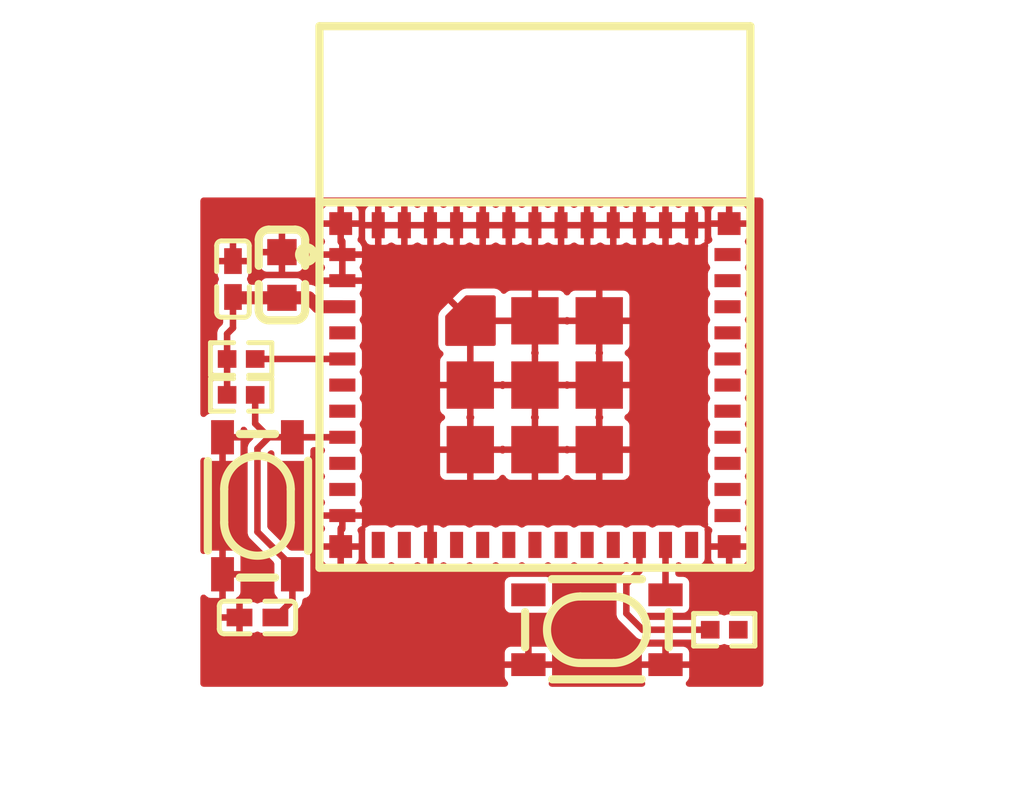
<source format=kicad_pcb>
(kicad_pcb (version 20241229) (generator "pcbnew") (generator_version "9.0")
  (layers (0 "F.Cu" signal) (2 "B.Cu" signal) (13 "F.Paste" user) (15 "B.Paste" user) (5 "F.SilkS" user "F.Silkscreen") (7 "B.SilkS" user "B.Silkscreen") (1 "F.Mask" user) (3 "B.Mask" user) (25 "Edge.Cuts" user))
  (net 0 "")
  (net 1 "hv")
  (net 2 "ic.footprint.pins[27].net-net")
  (net 3 "line-8")
  (net 4 "ic.footprint.pins[16].net-net")
  (net 5 "ic.footprint.pins[17].net-net")
  (net 6 "line-2")
  (net 7 "line-4")
  (net 8 "line-6")
  (net 9 "ic.footprint.pins[52].net-net")
  (net 10 "ic.footprint.pins[33].net-net")
  (net 11 "ic.footprint.pins[20].net-net")
  (net 12 "ic.footprint.pins[50].net-net")
  (net 13 "ic.footprint.pins[8].net-net")
  (net 14 "ic.footprint.pins[21].net-net")
  (net 15 "line-7")
  (net 16 "line")
  (net 17 "ic.footprint.pins[25].net-net")
  (net 18 "line-5")
  (net 19 "line-3")
  (net 20 "gnd")
  (net 21 "ic.footprint.pins[26].net-net")
  (net 22 "line-13")
  (net 23 "line-12")
  (net 24 "line-1")
  (net 25 "output")
  (net 26 "line-10")
  (net 27 "output-1")
  (net 28 "line-9")
  (net 29 "line-11")
  (net 30 "ic.footprint.pins[6].net-net")
  (net 31 "ic.footprint.pins[1].net-net")
  (net 32 "ic.footprint.pins[28].net-net")
  (footprint "atopile:R0402-56259e" (layer "F.Cu") (at -9 -0.8 180)
    (property "Reference" "R1" (hide yes))
    (property "Value" "10kΩ ±1% 62.5mW")
    (fp_line (start 0.94 0.5) (end 0.94 -0.5) (stroke (width 0.15)) (layer "F.SilkS"))
    (fp_line (start 0.94 -0.5) (end 0.23 -0.5) (stroke (width 0.15)) (layer "F.SilkS"))
    (fp_line (start 0.23 0.5) (end 0.94 0.5) (stroke (width 0.15)) (layer "F.SilkS"))
    (fp_line (start -0.23 0.5) (end -0.94 0.5) (stroke (width 0.15)) (layer "F.SilkS"))
    (fp_line (start -0.94 0.5) (end -0.94 -0.5) (stroke (width 0.15)) (layer "F.SilkS"))
    (fp_line (start -0.94 -0.5) (end -0.23 -0.5) (stroke (width 0.15)) (layer "F.SilkS"))
    (pad "1" smd rect (at -0.43 0 180) (size 0.57 0.54) (layers "F.Cu" "F.Mask" "F.Paste") (net 6 "line-2"))
    (pad "2" smd rect (at 0.43 0 180) (size 0.57 0.54) (layers "F.Cu" "F.Mask" "F.Paste") (net 1 "hv"))
  )
  (footprint "atopile:R0402-56259e" (layer "F.Cu") (at -9 0.3)
    (property "Reference" "R3" (hide yes))
    (property "Value" "10kΩ ±1% 62.5mW")
    (fp_line (start -0.94 -0.5) (end -0.23 -0.5) (stroke (width 0.15)) (layer "F.SilkS"))
    (fp_line (start -0.94 0.5) (end -0.94 -0.5) (stroke (width 0.15)) (layer "F.SilkS"))
    (fp_line (start -0.23 0.5) (end -0.94 0.5) (stroke (width 0.15)) (layer "F.SilkS"))
    (fp_line (start 0.23 0.5) (end 0.94 0.5) (stroke (width 0.15)) (layer "F.SilkS"))
    (fp_line (start 0.94 -0.5) (end 0.23 -0.5) (stroke (width 0.15)) (layer "F.SilkS"))
    (fp_line (start 0.94 0.5) (end 0.94 -0.5) (stroke (width 0.15)) (layer "F.SilkS"))
    (pad "1" smd rect (at -0.43 0) (size 0.57 0.54) (layers "F.Cu" "F.Mask" "F.Paste") (net 1 "hv"))
    (pad "2" smd rect (at 0.43 0) (size 0.57 0.54) (layers "F.Cu" "F.Mask" "F.Paste") (net 27 "output-1"))
  )
  (footprint "atopile:C0402-b3ef17" (layer "F.Cu") (at -9.25 -3.25 90)
    (property "Reference" "C2" (hide yes))
    (property "Value" "100nF ±10% 16V X7R")
    (fp_line (start 1.02 -0.5) (end 0.23 -0.5) (stroke (width 0.15)) (layer "F.SilkS"))
    (fp_line (start -1.02 -0.5) (end -0.23 -0.5) (stroke (width 0.15)) (layer "F.SilkS"))
    (fp_line (start 1.17 0.35) (end 1.17 -0.35) (stroke (width 0.15)) (layer "F.SilkS"))
    (fp_line (start -1.17 0.35) (end -1.17 -0.35) (stroke (width 0.15)) (layer "F.SilkS"))
    (fp_line (start 0.23 0.5) (end 1.02 0.5) (stroke (width 0.15)) (layer "F.SilkS"))
    (fp_line (start -0.23 0.5) (end -1.02 0.5) (stroke (width 0.15)) (layer "F.SilkS"))
    (fp_arc (start 1.02 -0.5) (mid 1.126066 -0.456066) (end 1.17 -0.35) (stroke (width 0.15)) (layer "F.SilkS"))
    (fp_arc (start -1.17 -0.35) (mid -1.126066 -0.456066) (end -1.02 -0.5) (stroke (width 0.15)) (layer "F.SilkS"))
    (fp_arc (start 1.17 0.35) (mid 1.126066 0.456066) (end 1.02 0.5) (stroke (width 0.15)) (layer "F.SilkS"))
    (fp_arc (start -1.02 0.5) (mid -1.126066 0.456066) (end -1.17 0.35) (stroke (width 0.15)) (layer "F.SilkS"))
    (pad "1" smd rect (at -0.55 0 90) (size 0.79 0.54) (layers "F.Cu" "F.Mask" "F.Paste") (net 1 "hv"))
    (pad "2" smd rect (at 0.55 0 90) (size 0.79 0.54) (layers "F.Cu" "F.Mask" "F.Paste") (net 20 "gnd"))
  )
  (footprint "atopile:WIFIM-SMD_ESP32-C3-MINI-1-fcb454" (layer "F.Cu") (at 0 0)
    (property "Reference" "U2" (hide yes))
    (property "Value" "")
    (fp_line (start -6.6 -11) (end 6.6 -11) (stroke (width 0.25)) (layer "F.SilkS"))
    (fp_line (start -6.6 5.6) (end -6.6 -11) (stroke (width 0.25)) (layer "F.SilkS"))
    (fp_line (start -6.6 5.6) (end 6.6 5.6) (stroke (width 0.25)) (layer "F.SilkS"))
    (fp_line (start 6.6 -5.6) (end -6.6 -5.6) (stroke (width 0.25)) (layer "F.SilkS"))
    (fp_line (start 6.6 5.6) (end 6.6 -11) (stroke (width 0.25)) (layer "F.SilkS"))
    (fp_circle (center -7 -4) (end -6.9 -4) (stroke (width 0.25)) (fill no) (layer "F.SilkS"))
    (pad "1" smd rect (at -5.9 -4 90) (size 0.4 0.8) (layers "F.Cu" "F.Mask" "F.Paste") (net 20 "gnd"))
    (pad "2" smd rect (at -5.9 -3.2 90) (size 0.4 0.8) (layers "F.Cu" "F.Mask" "F.Paste") (net 20 "gnd"))
    (pad "3" smd rect (at -5.9 -2.4 90) (size 0.4 0.8) (layers "F.Cu" "F.Mask" "F.Paste") (net 1 "hv"))
    (pad "4" smd rect (at -5.9 -1.6 90) (size 0.4 0.8) (layers "F.Cu" "F.Mask" "F.Paste") (net 10 "ic.footprint.pins[33].net-net"))
    (pad "5" smd rect (at -5.9 -0.8 90) (size 0.4 0.8) (layers "F.Cu" "F.Mask" "F.Paste") (net 6 "line-2"))
    (pad "6" smd rect (at -5.9 0 90) (size 0.4 0.8) (layers "F.Cu" "F.Mask" "F.Paste") (net 22 "line-13"))
    (pad "7" smd rect (at -5.9 0.8 90) (size 0.4 0.8) (layers "F.Cu" "F.Mask" "F.Paste") (net 12 "ic.footprint.pins[50].net-net"))
    (pad "8" smd rect (at -5.9 1.6 90) (size 0.4 0.8) (layers "F.Cu" "F.Mask" "F.Paste") (net 27 "output-1"))
    (pad "9" smd rect (at -5.9 2.4 90) (size 0.4 0.8) (layers "F.Cu" "F.Mask" "F.Paste") (net 9 "ic.footprint.pins[52].net-net"))
    (pad "10" smd rect (at -5.9 3.2 90) (size 0.4 0.8) (layers "F.Cu" "F.Mask" "F.Paste") (net 31 "ic.footprint.pins[1].net-net"))
    (pad "11" smd rect (at -5.9 4 90) (size 0.4 0.8) (layers "F.Cu" "F.Mask" "F.Paste") (net 20 "gnd"))
    (pad "12" smd rect (at -4.8 4.9 180) (size 0.4 0.8) (layers "F.Cu" "F.Mask" "F.Paste") (net 8 "line-6"))
    (pad "13" smd rect (at -4 4.9 180) (size 0.4 0.8) (layers "F.Cu" "F.Mask" "F.Paste") (net 3 "line-8"))
    (pad "14" smd rect (at -3.2 4.9 180) (size 0.4 0.8) (layers "F.Cu" "F.Mask" "F.Paste") (net 20 "gnd"))
    (pad "15" smd rect (at -2.4 4.9 180) (size 0.4 0.8) (layers "F.Cu" "F.Mask" "F.Paste") (net 30 "ic.footprint.pins[6].net-net"))
    (pad "16" smd rect (at -1.6 4.9 180) (size 0.4 0.8) (layers "F.Cu" "F.Mask" "F.Paste") (net 19 "line-3"))
    (pad "17" smd rect (at -0.8 4.9 180) (size 0.4 0.8) (layers "F.Cu" "F.Mask" "F.Paste") (net 13 "ic.footprint.pins[8].net-net"))
    (pad "18" smd rect (at 0 4.9 180) (size 0.4 0.8) (layers "F.Cu" "F.Mask" "F.Paste") (net 26 "line-10"))
    (pad "19" smd rect (at 0.8 4.9 180) (size 0.4 0.8) (layers "F.Cu" "F.Mask" "F.Paste") (net 18 "line-5"))
    (pad "20" smd rect (at 1.6 4.9 180) (size 0.4 0.8) (layers "F.Cu" "F.Mask" "F.Paste") (net 23 "line-12"))
    (pad "21" smd rect (at 2.4 4.9 180) (size 0.4 0.8) (layers "F.Cu" "F.Mask" "F.Paste") (net 28 "line-9"))
    (pad "22" smd rect (at 3.2 4.9 180) (size 0.4 0.8) (layers "F.Cu" "F.Mask" "F.Paste") (net 7 "line-4"))
    (pad "23" smd rect (at 4 4.9 180) (size 0.4 0.8) (layers "F.Cu" "F.Mask" "F.Paste") (net 25 "output"))
    (pad "24" smd rect (at 4.8 4.9 180) (size 0.4 0.8) (layers "F.Cu" "F.Mask" "F.Paste") (net 4 "ic.footprint.pins[16].net-net"))
    (pad "25" smd rect (at 5.9 4 270) (size 0.4 0.8) (layers "F.Cu" "F.Mask" "F.Paste") (net 5 "ic.footprint.pins[17].net-net"))
    (pad "26" smd rect (at 5.9 3.2 270) (size 0.4 0.8) (layers "F.Cu" "F.Mask" "F.Paste") (net 29 "line-11"))
    (pad "27" smd rect (at 5.9 2.4 270) (size 0.4 0.8) (layers "F.Cu" "F.Mask" "F.Paste") (net 16 "line"))
    (pad "28" smd rect (at 5.9 1.6 270) (size 0.4 0.8) (layers "F.Cu" "F.Mask" "F.Paste") (net 11 "ic.footprint.pins[20].net-net"))
    (pad "29" smd rect (at 5.9 0.8 270) (size 0.4 0.8) (layers "F.Cu" "F.Mask" "F.Paste") (net 14 "ic.footprint.pins[21].net-net"))
    (pad "30" smd rect (at 5.9 0 270) (size 0.4 0.8) (layers "F.Cu" "F.Mask" "F.Paste") (net 15 "line-7"))
    (pad "31" smd rect (at 5.9 -0.8 270) (size 0.4 0.8) (layers "F.Cu" "F.Mask" "F.Paste") (net 24 "line-1"))
    (pad "32" smd rect (at 5.9 -1.6 270) (size 0.4 0.8) (layers "F.Cu" "F.Mask" "F.Paste") (net 17 "ic.footprint.pins[25].net-net"))
    (pad "33" smd rect (at 5.9 -2.4 270) (size 0.4 0.8) (layers "F.Cu" "F.Mask" "F.Paste") (net 21 "ic.footprint.pins[26].net-net"))
    (pad "34" smd rect (at 5.9 -3.2 270) (size 0.4 0.8) (layers "F.Cu" "F.Mask" "F.Paste") (net 2 "ic.footprint.pins[27].net-net"))
    (pad "35" smd rect (at 5.9 -4 270) (size 0.4 0.8) (layers "F.Cu" "F.Mask" "F.Paste") (net 32 "ic.footprint.pins[28].net-net"))
    (pad "36" smd rect (at 4.8 -4.9) (size 0.4 0.8) (layers "F.Cu" "F.Mask" "F.Paste") (net 20 "gnd"))
    (pad "37" smd rect (at 4 -4.9) (size 0.4 0.8) (layers "F.Cu" "F.Mask" "F.Paste") (net 20 "gnd"))
    (pad "38" smd rect (at 3.2 -4.9) (size 0.4 0.8) (layers "F.Cu" "F.Mask" "F.Paste") (net 20 "gnd"))
    (pad "39" smd rect (at 2.4 -4.9) (size 0.4 0.8) (layers "F.Cu" "F.Mask" "F.Paste") (net 20 "gnd"))
    (pad "40" smd rect (at 1.6 -4.9) (size 0.4 0.8) (layers "F.Cu" "F.Mask" "F.Paste") (net 20 "gnd"))
    (pad "41" smd rect (at 0.8 -4.9) (size 0.4 0.8) (layers "F.Cu" "F.Mask" "F.Paste") (net 20 "gnd"))
    (pad "42" smd rect (at 0 -4.9) (size 0.4 0.8) (layers "F.Cu" "F.Mask" "F.Paste") (net 20 "gnd"))
    (pad "43" smd rect (at -0.8 -4.9) (size 0.4 0.8) (layers "F.Cu" "F.Mask" "F.Paste") (net 20 "gnd"))
    (pad "44" smd rect (at -1.6 -4.9) (size 0.4 0.8) (layers "F.Cu" "F.Mask" "F.Paste") (net 20 "gnd"))
    (pad "45" smd rect (at -2.4 -4.9) (size 0.4 0.8) (layers "F.Cu" "F.Mask" "F.Paste") (net 20 "gnd"))
    (pad "46" smd rect (at -3.2 -4.9) (size 0.4 0.8) (layers "F.Cu" "F.Mask" "F.Paste") (net 20 "gnd"))
    (pad "47" smd rect (at -4 -4.9) (size 0.4 0.8) (layers "F.Cu" "F.Mask" "F.Paste") (net 20 "gnd"))
    (pad "48" smd rect (at -4.8 -4.9) (size 0.4 0.8) (layers "F.Cu" "F.Mask" "F.Paste") (net 20 "gnd"))
    (pad "49" smd custom (at -1.98 -1.98) (size 0.01 0.01) (layers "F.Cu" "F.Mask" "F.Paste") (net 20 "gnd") (options (clearance outline) (anchor circle)) (primitives (gr_poly (pts (xy -0.72 -0.12) (xy -0.12 -0.72) (xy 0.73 -0.72) (xy 0.73 0.73) (xy -0.72 0.73)) (width 0.1) (fill yes))))
    (pad "49" smd rect (at -1.98 0) (size 1.45 1.45) (layers "F.Cu" "F.Mask" "F.Paste") (net 20 "gnd"))
    (pad "49" smd rect (at -1.98 1.98) (size 1.45 1.45) (layers "F.Cu" "F.Mask" "F.Paste") (net 20 "gnd"))
    (pad "49" smd rect (at 0 -1.97) (size 1.45 1.45) (layers "F.Cu" "F.Mask" "F.Paste") (net 20 "gnd"))
    (pad "49" smd rect (at 0 0) (size 1.45 1.45) (layers "F.Cu" "F.Mask" "F.Paste") (net 20 "gnd"))
    (pad "49" smd rect (at 0 1.98) (size 1.45 1.45) (layers "F.Cu" "F.Mask" "F.Paste") (net 20 "gnd"))
    (pad "49" smd rect (at 1.97 -1.97) (size 1.45 1.45) (layers "F.Cu" "F.Mask" "F.Paste") (net 20 "gnd"))
    (pad "49" smd rect (at 1.97 0) (size 1.45 1.45) (layers "F.Cu" "F.Mask" "F.Paste") (net 20 "gnd"))
    (pad "49" smd rect (at 1.97 1.98) (size 1.45 1.45) (layers "F.Cu" "F.Mask" "F.Paste") (net 20 "gnd"))
    (pad "50" smd rect (at 5.95 -4.95) (size 0.7 0.7) (layers "F.Cu" "F.Mask" "F.Paste") (net 20 "gnd"))
    (pad "51" smd rect (at 5.95 4.95) (size 0.7 0.7) (layers "F.Cu" "F.Mask" "F.Paste") (net 20 "gnd"))
    (pad "52" smd rect (at -5.95 4.95) (size 0.7 0.7) (layers "F.Cu" "F.Mask" "F.Paste") (net 20 "gnd"))
    (pad "53" smd rect (at -5.95 -4.95) (size 0.7 0.7) (layers "F.Cu" "F.Mask" "F.Paste") (net 20 "gnd"))
  )
  (footprint "atopile:C0402-b3ef17" (layer "F.Cu") (at -8.5 7.125 180)
    (property "Reference" "C3" (hide yes))
    (property "Value" "1µF ±10% 25V X5R")
    (fp_line (start 1.17 0.35) (end 1.17 -0.35) (stroke (width 0.15)) (layer "F.SilkS"))
    (fp_line (start 1.02 -0.5) (end 0.23 -0.5) (stroke (width 0.15)) (layer "F.SilkS"))
    (fp_line (start 0.23 0.5) (end 1.02 0.5) (stroke (width 0.15)) (layer "F.SilkS"))
    (fp_line (start -0.23 0.5) (end -1.02 0.5) (stroke (width 0.15)) (layer "F.SilkS"))
    (fp_line (start -1.02 -0.5) (end -0.23 -0.5) (stroke (width 0.15)) (layer "F.SilkS"))
    (fp_line (start -1.17 0.35) (end -1.17 -0.35) (stroke (width 0.15)) (layer "F.SilkS"))
    (fp_arc (start 1.17 0.35) (mid 1.126066 0.456066) (end 1.02 0.5) (stroke (width 0.15)) (layer "F.SilkS"))
    (fp_arc (start 1.02 -0.5) (mid 1.126066 -0.456066) (end 1.17 -0.35) (stroke (width 0.15)) (layer "F.SilkS"))
    (fp_arc (start -1.02 0.5) (mid -1.126066 0.456066) (end -1.17 0.35) (stroke (width 0.15)) (layer "F.SilkS"))
    (fp_arc (start -1.17 -0.35) (mid -1.126066 -0.456066) (end -1.02 -0.5) (stroke (width 0.15)) (layer "F.SilkS"))
    (pad "1" smd rect (at -0.55 0 180) (size 0.79 0.54) (layers "F.Cu" "F.Mask" "F.Paste") (net 27 "output-1"))
    (pad "2" smd rect (at 0.55 0 180) (size 0.79 0.54) (layers "F.Cu" "F.Mask" "F.Paste") (net 20 "gnd"))
  )
  (footprint "atopile:R0402-56259e" (layer "F.Cu") (at 5.8 7.5)
    (property "Reference" "R2" (hide yes))
    (property "Value" "10kΩ ±1% 62.5mW")
    (fp_line (start -0.94 -0.5) (end -0.23 -0.5) (stroke (width 0.15)) (layer "F.SilkS"))
    (fp_line (start -0.94 0.5) (end -0.94 -0.5) (stroke (width 0.15)) (layer "F.SilkS"))
    (fp_line (start -0.23 0.5) (end -0.94 0.5) (stroke (width 0.15)) (layer "F.SilkS"))
    (fp_line (start 0.23 0.5) (end 0.94 0.5) (stroke (width 0.15)) (layer "F.SilkS"))
    (fp_line (start 0.94 -0.5) (end 0.23 -0.5) (stroke (width 0.15)) (layer "F.SilkS"))
    (fp_line (start 0.94 0.5) (end 0.94 -0.5) (stroke (width 0.15)) (layer "F.SilkS"))
    (pad "1" smd rect (at -0.43 0) (size 0.57 0.54) (layers "F.Cu" "F.Mask" "F.Paste") (net 7 "line-4"))
    (pad "2" smd rect (at 0.43 0) (size 0.57 0.54) (layers "F.Cu" "F.Mask" "F.Paste") (net 1 "hv"))
  )
  (footprint "lib:KEY-SMD_4P-L4.2-W3.2-P2.20-LS4.6" (layer "F.Cu") (at 1.9 7.5 180)
    (property "Reference" "U1" (hide yes))
    (property "Value" "")
    (fp_line (start 2.2 -0.54) (end 2.2 0.54) (stroke (width 0.25)) (layer "F.SilkS"))
    (fp_line (start 1.37 -1.52) (end -1.37 -1.52) (stroke (width 0.25)) (layer "F.SilkS"))
    (fp_line (start -0.51 1.02) (end 0.51 1.02) (stroke (width 0.25)) (layer "F.SilkS"))
    (fp_line (start -0.51 -1.02) (end 0.51 -1.02) (stroke (width 0.25)) (layer "F.SilkS"))
    (fp_line (start -1.38 1.55) (end 1.38 1.55) (stroke (width 0.25)) (layer "F.SilkS"))
    (fp_line (start -2.2 -0.54) (end -2.2 0.54) (stroke (width 0.25)) (layer "F.SilkS"))
    (fp_arc (start 0.51 -1.02) (mid 1.53 0) (end 0.51 1.02) (stroke (width 0.25)) (layer "F.SilkS"))
    (fp_arc (start -0.51 1.02) (mid -1.53 0) (end -0.51 -1.02) (stroke (width 0.25)) (layer "F.SilkS"))
    (pad "1" smd rect (at -2.1 -1.07 180) (size 1.05 0.7) (layers "F.Cu" "F.Mask" "F.Paste") (net 20 "gnd"))
    (pad "2" smd rect (at 2.1 -1.07 180) (size 1.05 0.7) (layers "F.Cu" "F.Mask" "F.Paste") (net 20 "gnd"))
    (pad "3" smd rect (at -2.1 1.07 180) (size 1.05 0.7) (layers "F.Cu" "F.Mask" "F.Paste") (net 25 "output"))
    (pad "4" smd rect (at 2.1 1.07 180) (size 1.05 0.7) (layers "F.Cu" "F.Mask" "F.Paste") (net 25 "output"))
  )
  (footprint "lib:KEY-SMD_4P-L4.2-W3.2-P2.20-LS4.6" (layer "F.Cu") (at -8.5 3.7 90)
    (property "Reference" "U3" (hide yes))
    (property "Value" "")
    (fp_line (start 1.37 -1.52) (end -1.37 -1.52) (stroke (width 0.25)) (layer "F.SilkS"))
    (fp_line (start -0.51 -1.02) (end 0.51 -1.02) (stroke (width 0.25)) (layer "F.SilkS"))
    (fp_line (start 2.2 -0.54) (end 2.2 0.54) (stroke (width 0.25)) (layer "F.SilkS"))
    (fp_line (start -2.2 -0.54) (end -2.2 0.54) (stroke (width 0.25)) (layer "F.SilkS"))
    (fp_line (start -0.51 1.02) (end 0.51 1.02) (stroke (width 0.25)) (layer "F.SilkS"))
    (fp_line (start -1.38 1.55) (end 1.38 1.55) (stroke (width 0.25)) (layer "F.SilkS"))
    (fp_arc (start 0.51 -1.02) (mid 1.53 0) (end 0.51 1.02) (stroke (width 0.25)) (layer "F.SilkS"))
    (fp_arc (start -0.51 1.02) (mid -1.53 0) (end -0.51 -1.02) (stroke (width 0.25)) (layer "F.SilkS"))
    (pad "1" smd rect (at -2.1 -1.07 90) (size 1.05 0.7) (layers "F.Cu" "F.Mask" "F.Paste") (net 20 "gnd"))
    (pad "2" smd rect (at 2.1 -1.07 90) (size 1.05 0.7) (layers "F.Cu" "F.Mask" "F.Paste") (net 20 "gnd"))
    (pad "3" smd rect (at -2.1 1.07 90) (size 1.05 0.7) (layers "F.Cu" "F.Mask" "F.Paste") (net 27 "output-1"))
    (pad "4" smd rect (at 2.1 1.07 90) (size 1.05 0.7) (layers "F.Cu" "F.Mask" "F.Paste") (net 27 "output-1"))
  )
  (footprint "atopile:C0603-bd72f6" (layer "F.Cu") (at -7.75 -3.375 90)
    (property "Reference" "C1" (hide yes))
    (property "Value" "22µF ±20% 6.3V X5R")
    (fp_line (start 0.28 -0.71) (end 1.08 -0.71) (stroke (width 0.25)) (layer "F.SilkS"))
    (fp_line (start -0.28 -0.71) (end -1.08 -0.71) (stroke (width 0.25)) (layer "F.SilkS"))
    (fp_line (start 1.39 -0.4) (end 1.39 0.4) (stroke (width 0.25)) (layer "F.SilkS"))
    (fp_line (start -1.39 0.4) (end -1.39 -0.4) (stroke (width 0.25)) (layer "F.SilkS"))
    (fp_line (start 0.28 0.71) (end 1.08 0.71) (stroke (width 0.25)) (layer "F.SilkS"))
    (fp_line (start -0.28 0.71) (end -1.08 0.71) (stroke (width 0.25)) (layer "F.SilkS"))
    (fp_arc (start 1.08 -0.71) (mid 1.299203 -0.619203) (end 1.39 -0.4) (stroke (width 0.25)) (layer "F.SilkS"))
    (fp_arc (start -1.39 -0.4) (mid -1.299203 -0.619203) (end -1.08 -0.71) (stroke (width 0.25)) (layer "F.SilkS"))
    (fp_arc (start 1.39 0.4) (mid 1.299203 0.619203) (end 1.08 0.71) (stroke (width 0.25)) (layer "F.SilkS"))
    (fp_arc (start -1.08 0.71) (mid -1.299203 0.619203) (end -1.39 0.4) (stroke (width 0.25)) (layer "F.SilkS"))
    (pad "1" smd rect (at -0.7 0 90) (size 0.8 0.9) (layers "F.Cu" "F.Mask" "F.Paste") (net 1 "hv"))
    (pad "2" smd rect (at 0.7 0 90) (size 0.8 0.9) (layers "F.Cu" "F.Mask" "F.Paste") (net 20 "gnd"))
  )
  (segment (start -9.43 -1.57) (end -9.25 -1.75) (width 0.2) (layer "F.Cu") (net 1))
  (segment (start -6.925 -2.675) (end -7.75 -2.675) (width 0.4) (layer "F.Cu") (net 1))
  (segment (start -9.43 0.3) (end -9.43 -0.8) (width 0.2) (layer "F.Cu") (net 1))
  (segment (start -7.75 -2.675) (end -9.225 -2.675) (width 0.4) (layer "F.Cu") (net 1))
  (segment (start -9.25 -1.75) (end -9.25 -2.7) (width 0.2) (layer "F.Cu") (net 1))
  (segment (start -9.225 -2.675) (end -9.25 -2.7) (width 0.4) (layer "F.Cu") (net 1))
  (segment (start -9.43 -0.8) (end -9.43 -1.57) (width 0.2) (layer "F.Cu") (net 1))
  (segment (start -6.65 -2.4) (end -6.925 -2.675) (width 0.4) (layer "F.Cu") (net 1))
  (segment (start -5.9 -2.4) (end -6.65 -2.4) (width 0.4) (layer "F.Cu") (net 1))
  (segment (start -8.57 -0.8) (end -5.9 -0.8) (width 0.2) (layer "F.Cu") (net 6))
  (segment (start 2.8 7) (end 3.3 7.5) (width 0.2) (layer "F.Cu") (net 7))
  (segment (start 3.2 5.7) (end 2.8 6.1) (width 0.2) (layer "F.Cu") (net 7))
  (segment (start 3.2 4.9) (end 3.2 5.7) (width 0.2) (layer "F.Cu") (net 7))
  (segment (start 3.3 7.5) (end 5.37 7.5) (width 0.2) (layer "F.Cu") (net 7))
  (segment (start 2.8 6.1) (end 2.8 7) (width 0.2) (layer "F.Cu") (net 7))
  (segment (start -1.98 0) (end -1.98 -1.98) (width 0.2) (layer "F.Cu") (net 20))
  (segment (start -1.97 -1.97) (end -1.98 -1.98) (width 0.2) (layer "F.Cu") (net 20))
  (segment (start -1.98 -1.98) (end -2.8 -2.8) (width 0.2) (layer "F.Cu") (net 20))
  (segment (start 0 -1.97) (end -1.97 -1.97) (width 0.2) (layer "F.Cu") (net 20))
  (segment (start 4 6.43) (end 4 4.9) (width 0.2) (layer "F.Cu") (net 25))
  (segment (start -7.43 5.57) (end -8.5 4.5) (width 0.2) (layer "F.Cu") (net 27))
  (segment (start -8.5 4.5) (end -8.5 1.95) (width 0.2) (layer "F.Cu") (net 27))
  (segment (start -8.5 1.95) (end -8.15 1.6) (width 0.2) (layer "F.Cu") (net 27))
  (segment (start -7.95 7.125) (end -7.43 6.605) (width 0.2) (layer "F.Cu") (net 27))
  (segment (start -7.43 1.6) (end -8.15 1.6) (width 0.2) (layer "F.Cu") (net 27))
  (segment (start -7.43 1.6) (end -5.9 1.6) (width 0.2) (layer "F.Cu") (net 27))
  (segment (start -8.57 1.18) (end -8.57 0.3) (width 0.2) (layer "F.Cu") (net 27))
  (segment (start -7.43 5.8) (end -7.43 5.57) (width 0.2) (layer "F.Cu") (net 27))
  (segment (start -8.15 1.6) (end -8.57 1.18) (width 0.2) (layer "F.Cu") (net 27))
  (segment (start -7.43 6.605) (end -7.43 5.8) (width 0.2) (layer "F.Cu") (net 27))
  (zone (net 20) (net_name "gnd") (layers "F.Cu" "B.Cu") (connect_pads (clearance 0.2)) (min_thickness 0.2) (fill yes (thermal_gap 0.2) (thermal_bridge_width 0.2))
    (polygon (pts (xy -10.25 -5.75) (xy -10.25 9.25) (xy 7 9.25) (xy 7 -5.75)))
  )
  (zone (net 0) (net_name "") (layers "F.Cu" "B.Cu") (connect_pads (clearance 0)) (min_thickness 0.25)
    (keepout (tracks not_allowed) (vias not_allowed) (pads not_allowed) (copperpour not_allowed) (footprints allowed))
    (fill (thermal_gap 0.5) (thermal_bridge_width 0.5))
    (polygon (pts (xy -15 -5.75) (xy -15 -11) (xy 15 -11) (xy 15 -5.75)))
  )
)
</source>
